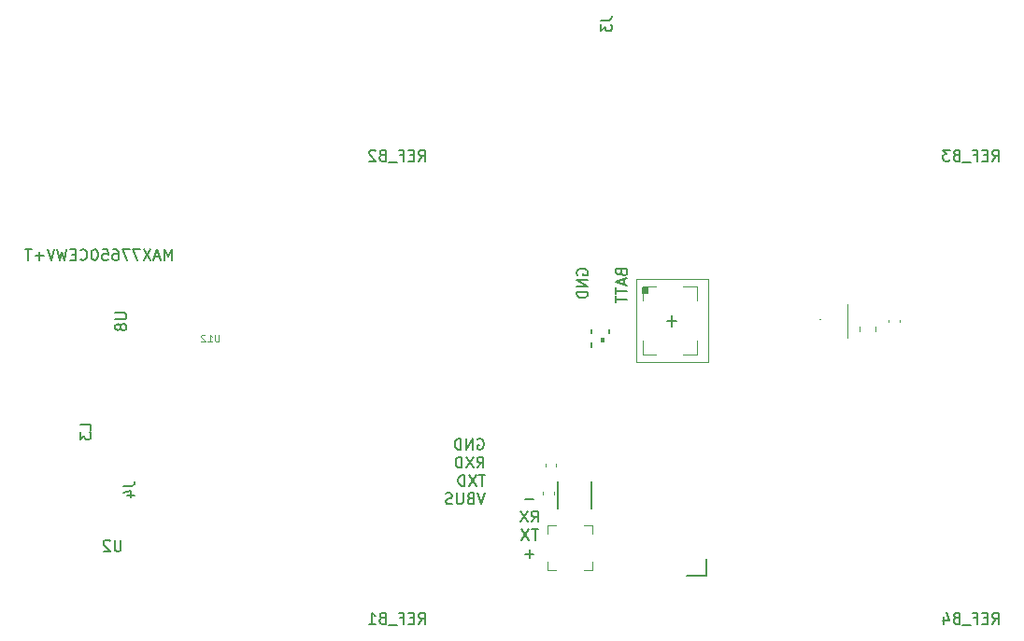
<source format=gbr>
G04 #@! TF.GenerationSoftware,KiCad,Pcbnew,(5.1.5)-3*
G04 #@! TF.CreationDate,2020-09-29T09:43:07+09:00*
G04 #@! TF.ProjectId,WF_Board,57465f42-6f61-4726-942e-6b696361645f,rev?*
G04 #@! TF.SameCoordinates,Original*
G04 #@! TF.FileFunction,Legend,Bot*
G04 #@! TF.FilePolarity,Positive*
%FSLAX46Y46*%
G04 Gerber Fmt 4.6, Leading zero omitted, Abs format (unit mm)*
G04 Created by KiCad (PCBNEW (5.1.5)-3) date 2020-09-29 09:43:07*
%MOMM*%
%LPD*%
G04 APERTURE LIST*
%ADD10C,0.150000*%
%ADD11C,0.120000*%
%ADD12C,0.152400*%
%ADD13C,0.100000*%
%ADD14C,0.015000*%
G04 APERTURE END LIST*
D10*
X124380952Y-107171428D02*
X123619047Y-107171428D01*
X124166666Y-109202380D02*
X124500000Y-108726190D01*
X124738095Y-109202380D02*
X124738095Y-108202380D01*
X124357142Y-108202380D01*
X124261904Y-108250000D01*
X124214285Y-108297619D01*
X124166666Y-108392857D01*
X124166666Y-108535714D01*
X124214285Y-108630952D01*
X124261904Y-108678571D01*
X124357142Y-108726190D01*
X124738095Y-108726190D01*
X123833333Y-108202380D02*
X123166666Y-109202380D01*
X123166666Y-108202380D02*
X123833333Y-109202380D01*
X124761904Y-109852380D02*
X124190476Y-109852380D01*
X124476190Y-110852380D02*
X124476190Y-109852380D01*
X123952380Y-109852380D02*
X123285714Y-110852380D01*
X123285714Y-109852380D02*
X123952380Y-110852380D01*
X124380952Y-112121428D02*
X123619047Y-112121428D01*
X124000000Y-112502380D02*
X124000000Y-111740476D01*
X128310000Y-86778095D02*
X128262380Y-86682857D01*
X128262380Y-86540000D01*
X128310000Y-86397142D01*
X128405238Y-86301904D01*
X128500476Y-86254285D01*
X128690952Y-86206666D01*
X128833809Y-86206666D01*
X129024285Y-86254285D01*
X129119523Y-86301904D01*
X129214761Y-86397142D01*
X129262380Y-86540000D01*
X129262380Y-86635238D01*
X129214761Y-86778095D01*
X129167142Y-86825714D01*
X128833809Y-86825714D01*
X128833809Y-86635238D01*
X129262380Y-87254285D02*
X128262380Y-87254285D01*
X129262380Y-87825714D01*
X128262380Y-87825714D01*
X129262380Y-88301904D02*
X128262380Y-88301904D01*
X128262380Y-88540000D01*
X128310000Y-88682857D01*
X128405238Y-88778095D01*
X128500476Y-88825714D01*
X128690952Y-88873333D01*
X128833809Y-88873333D01*
X129024285Y-88825714D01*
X129119523Y-88778095D01*
X129214761Y-88682857D01*
X129262380Y-88540000D01*
X129262380Y-88301904D01*
X119290595Y-101685000D02*
X119385833Y-101637380D01*
X119528690Y-101637380D01*
X119671547Y-101685000D01*
X119766785Y-101780238D01*
X119814404Y-101875476D01*
X119862023Y-102065952D01*
X119862023Y-102208809D01*
X119814404Y-102399285D01*
X119766785Y-102494523D01*
X119671547Y-102589761D01*
X119528690Y-102637380D01*
X119433452Y-102637380D01*
X119290595Y-102589761D01*
X119242976Y-102542142D01*
X119242976Y-102208809D01*
X119433452Y-102208809D01*
X118814404Y-102637380D02*
X118814404Y-101637380D01*
X118242976Y-102637380D01*
X118242976Y-101637380D01*
X117766785Y-102637380D02*
X117766785Y-101637380D01*
X117528690Y-101637380D01*
X117385833Y-101685000D01*
X117290595Y-101780238D01*
X117242976Y-101875476D01*
X117195357Y-102065952D01*
X117195357Y-102208809D01*
X117242976Y-102399285D01*
X117290595Y-102494523D01*
X117385833Y-102589761D01*
X117528690Y-102637380D01*
X117766785Y-102637380D01*
X119242976Y-104287380D02*
X119576309Y-103811190D01*
X119814404Y-104287380D02*
X119814404Y-103287380D01*
X119433452Y-103287380D01*
X119338214Y-103335000D01*
X119290595Y-103382619D01*
X119242976Y-103477857D01*
X119242976Y-103620714D01*
X119290595Y-103715952D01*
X119338214Y-103763571D01*
X119433452Y-103811190D01*
X119814404Y-103811190D01*
X118909642Y-103287380D02*
X118242976Y-104287380D01*
X118242976Y-103287380D02*
X118909642Y-104287380D01*
X117862023Y-104287380D02*
X117862023Y-103287380D01*
X117623928Y-103287380D01*
X117481071Y-103335000D01*
X117385833Y-103430238D01*
X117338214Y-103525476D01*
X117290595Y-103715952D01*
X117290595Y-103858809D01*
X117338214Y-104049285D01*
X117385833Y-104144523D01*
X117481071Y-104239761D01*
X117623928Y-104287380D01*
X117862023Y-104287380D01*
X119957261Y-104937380D02*
X119385833Y-104937380D01*
X119671547Y-105937380D02*
X119671547Y-104937380D01*
X119147738Y-104937380D02*
X118481071Y-105937380D01*
X118481071Y-104937380D02*
X119147738Y-105937380D01*
X118100119Y-105937380D02*
X118100119Y-104937380D01*
X117862023Y-104937380D01*
X117719166Y-104985000D01*
X117623928Y-105080238D01*
X117576309Y-105175476D01*
X117528690Y-105365952D01*
X117528690Y-105508809D01*
X117576309Y-105699285D01*
X117623928Y-105794523D01*
X117719166Y-105889761D01*
X117862023Y-105937380D01*
X118100119Y-105937380D01*
X119957261Y-106587380D02*
X119623928Y-107587380D01*
X119290595Y-106587380D01*
X118623928Y-107063571D02*
X118481071Y-107111190D01*
X118433452Y-107158809D01*
X118385833Y-107254047D01*
X118385833Y-107396904D01*
X118433452Y-107492142D01*
X118481071Y-107539761D01*
X118576309Y-107587380D01*
X118957261Y-107587380D01*
X118957261Y-106587380D01*
X118623928Y-106587380D01*
X118528690Y-106635000D01*
X118481071Y-106682619D01*
X118433452Y-106777857D01*
X118433452Y-106873095D01*
X118481071Y-106968333D01*
X118528690Y-107015952D01*
X118623928Y-107063571D01*
X118957261Y-107063571D01*
X117957261Y-106587380D02*
X117957261Y-107396904D01*
X117909642Y-107492142D01*
X117862023Y-107539761D01*
X117766785Y-107587380D01*
X117576309Y-107587380D01*
X117481071Y-107539761D01*
X117433452Y-107492142D01*
X117385833Y-107396904D01*
X117385833Y-106587380D01*
X116957261Y-107539761D02*
X116814404Y-107587380D01*
X116576309Y-107587380D01*
X116481071Y-107539761D01*
X116433452Y-107492142D01*
X116385833Y-107396904D01*
X116385833Y-107301666D01*
X116433452Y-107206428D01*
X116481071Y-107158809D01*
X116576309Y-107111190D01*
X116766785Y-107063571D01*
X116862023Y-107015952D01*
X116909642Y-106968333D01*
X116957261Y-106873095D01*
X116957261Y-106777857D01*
X116909642Y-106682619D01*
X116862023Y-106635000D01*
X116766785Y-106587380D01*
X116528690Y-106587380D01*
X116385833Y-106635000D01*
D11*
X133683120Y-94696780D02*
X133683120Y-87196780D01*
X140183120Y-87196780D02*
X140183120Y-94696780D01*
X133683120Y-87196780D02*
X140183120Y-87196780D01*
X140183120Y-94696780D02*
X133683120Y-94696780D01*
X152815940Y-89460340D02*
X152815940Y-92460340D01*
D12*
X129563520Y-105538400D02*
X129563520Y-107951400D01*
X126566320Y-107951400D02*
X126566320Y-105538400D01*
D13*
X157511400Y-90844880D02*
X157511400Y-91094880D01*
X156551400Y-90844880D02*
X156551400Y-91094880D01*
X126171900Y-106457340D02*
X126171900Y-106707340D01*
X125211900Y-106457340D02*
X125211900Y-106707340D01*
X125437960Y-104157180D02*
X125437960Y-103907180D01*
X126397960Y-104157180D02*
X126397960Y-103907180D01*
X155315340Y-91453540D02*
X155315340Y-91863540D01*
X153915340Y-91453540D02*
X153915340Y-91863540D01*
X129679020Y-113606900D02*
X128919020Y-113606900D01*
X129679020Y-112846900D02*
X129679020Y-113606900D01*
X129679020Y-109506900D02*
X128919020Y-109506900D01*
X129679020Y-110266900D02*
X129679020Y-109506900D01*
X125579020Y-109506900D02*
X126339020Y-109506900D01*
X125579020Y-110266900D02*
X125579020Y-109506900D01*
X125579020Y-113606900D02*
X126339020Y-113606900D01*
X125579020Y-112846900D02*
X125579020Y-113606900D01*
G36*
X130434200Y-92501020D02*
G01*
X130734200Y-92501020D01*
X130734200Y-92801020D01*
X130434200Y-92801020D01*
X130434200Y-92501020D01*
G37*
X130434200Y-92501020D02*
X130734200Y-92501020D01*
X130734200Y-92801020D01*
X130434200Y-92801020D01*
X130434200Y-92501020D01*
D10*
X131234200Y-91701020D02*
X131234200Y-92101020D01*
X129634200Y-92101020D02*
X129634200Y-91701020D01*
X129634200Y-93301020D02*
X129634200Y-92901020D01*
X140033600Y-114071140D02*
X138204800Y-114071140D01*
X140033600Y-112572540D02*
X140033600Y-114071140D01*
D11*
X135448120Y-87876780D02*
X134213120Y-87876780D01*
X134213120Y-87876780D02*
X134213120Y-89111780D01*
X137918120Y-87876780D02*
X139153120Y-87876780D01*
X139153120Y-87876780D02*
X139153120Y-89111780D01*
X137918120Y-94016780D02*
X139153120Y-94016780D01*
X139153120Y-94016780D02*
X139153120Y-92781780D01*
X135448120Y-94016780D02*
X134213120Y-94016780D01*
X134213120Y-94016780D02*
X134213120Y-92781780D01*
D10*
X136858120Y-90446780D02*
X136858120Y-91446780D01*
X137283120Y-90946780D02*
X136483120Y-90946780D01*
G36*
X134233120Y-87896780D02*
G01*
X134233120Y-88446780D01*
X134683120Y-88446780D01*
X134683120Y-87896780D01*
X134233120Y-87896780D01*
G37*
X134233120Y-87896780D02*
X134233120Y-88446780D01*
X134683120Y-88446780D01*
X134683120Y-87896780D01*
X134233120Y-87896780D01*
X150360940Y-90860340D02*
G75*
G03X150360940Y-90860340I-20000J0D01*
G01*
X86961904Y-110852380D02*
X86961904Y-111661904D01*
X86914285Y-111757142D01*
X86866666Y-111804761D01*
X86771428Y-111852380D01*
X86580952Y-111852380D01*
X86485714Y-111804761D01*
X86438095Y-111757142D01*
X86390476Y-111661904D01*
X86390476Y-110852380D01*
X85961904Y-110947619D02*
X85914285Y-110900000D01*
X85819047Y-110852380D01*
X85580952Y-110852380D01*
X85485714Y-110900000D01*
X85438095Y-110947619D01*
X85390476Y-111042857D01*
X85390476Y-111138095D01*
X85438095Y-111280952D01*
X86009523Y-111852380D01*
X85390476Y-111852380D01*
X91571428Y-85452380D02*
X91571428Y-84452380D01*
X91238095Y-85166666D01*
X90904761Y-84452380D01*
X90904761Y-85452380D01*
X90476190Y-85166666D02*
X90000000Y-85166666D01*
X90571428Y-85452380D02*
X90238095Y-84452380D01*
X89904761Y-85452380D01*
X89666666Y-84452380D02*
X89000000Y-85452380D01*
X89000000Y-84452380D02*
X89666666Y-85452380D01*
X88714285Y-84452380D02*
X88047619Y-84452380D01*
X88476190Y-85452380D01*
X87761904Y-84452380D02*
X87095238Y-84452380D01*
X87523809Y-85452380D01*
X86285714Y-84452380D02*
X86476190Y-84452380D01*
X86571428Y-84500000D01*
X86619047Y-84547619D01*
X86714285Y-84690476D01*
X86761904Y-84880952D01*
X86761904Y-85261904D01*
X86714285Y-85357142D01*
X86666666Y-85404761D01*
X86571428Y-85452380D01*
X86380952Y-85452380D01*
X86285714Y-85404761D01*
X86238095Y-85357142D01*
X86190476Y-85261904D01*
X86190476Y-85023809D01*
X86238095Y-84928571D01*
X86285714Y-84880952D01*
X86380952Y-84833333D01*
X86571428Y-84833333D01*
X86666666Y-84880952D01*
X86714285Y-84928571D01*
X86761904Y-85023809D01*
X85285714Y-84452380D02*
X85761904Y-84452380D01*
X85809523Y-84928571D01*
X85761904Y-84880952D01*
X85666666Y-84833333D01*
X85428571Y-84833333D01*
X85333333Y-84880952D01*
X85285714Y-84928571D01*
X85238095Y-85023809D01*
X85238095Y-85261904D01*
X85285714Y-85357142D01*
X85333333Y-85404761D01*
X85428571Y-85452380D01*
X85666666Y-85452380D01*
X85761904Y-85404761D01*
X85809523Y-85357142D01*
X84619047Y-84452380D02*
X84523809Y-84452380D01*
X84428571Y-84500000D01*
X84380952Y-84547619D01*
X84333333Y-84642857D01*
X84285714Y-84833333D01*
X84285714Y-85071428D01*
X84333333Y-85261904D01*
X84380952Y-85357142D01*
X84428571Y-85404761D01*
X84523809Y-85452380D01*
X84619047Y-85452380D01*
X84714285Y-85404761D01*
X84761904Y-85357142D01*
X84809523Y-85261904D01*
X84857142Y-85071428D01*
X84857142Y-84833333D01*
X84809523Y-84642857D01*
X84761904Y-84547619D01*
X84714285Y-84500000D01*
X84619047Y-84452380D01*
X83285714Y-85357142D02*
X83333333Y-85404761D01*
X83476190Y-85452380D01*
X83571428Y-85452380D01*
X83714285Y-85404761D01*
X83809523Y-85309523D01*
X83857142Y-85214285D01*
X83904761Y-85023809D01*
X83904761Y-84880952D01*
X83857142Y-84690476D01*
X83809523Y-84595238D01*
X83714285Y-84500000D01*
X83571428Y-84452380D01*
X83476190Y-84452380D01*
X83333333Y-84500000D01*
X83285714Y-84547619D01*
X82857142Y-84928571D02*
X82523809Y-84928571D01*
X82380952Y-85452380D02*
X82857142Y-85452380D01*
X82857142Y-84452380D01*
X82380952Y-84452380D01*
X82047619Y-84452380D02*
X81809523Y-85452380D01*
X81619047Y-84738095D01*
X81428571Y-85452380D01*
X81190476Y-84452380D01*
X80952380Y-84452380D02*
X80619047Y-85452380D01*
X80285714Y-84452380D01*
X79952380Y-85071428D02*
X79190476Y-85071428D01*
X79571428Y-85452380D02*
X79571428Y-84690476D01*
X78857142Y-84452380D02*
X78285714Y-84452380D01*
X78571428Y-85452380D02*
X78571428Y-84452380D01*
D14*
X95832380Y-92199523D02*
X95832380Y-92717619D01*
X95801904Y-92778571D01*
X95771428Y-92809047D01*
X95710476Y-92839523D01*
X95588571Y-92839523D01*
X95527619Y-92809047D01*
X95497142Y-92778571D01*
X95466666Y-92717619D01*
X95466666Y-92199523D01*
X94826666Y-92839523D02*
X95192380Y-92839523D01*
X95009523Y-92839523D02*
X95009523Y-92199523D01*
X95070476Y-92290952D01*
X95131428Y-92351904D01*
X95192380Y-92382380D01*
X94582857Y-92260476D02*
X94552380Y-92230000D01*
X94491428Y-92199523D01*
X94339047Y-92199523D01*
X94278095Y-92230000D01*
X94247619Y-92260476D01*
X94217142Y-92321428D01*
X94217142Y-92382380D01*
X94247619Y-92473809D01*
X94613333Y-92839523D01*
X94217142Y-92839523D01*
D10*
X87202380Y-105916666D02*
X87916666Y-105916666D01*
X88059523Y-105869047D01*
X88154761Y-105773809D01*
X88202380Y-105630952D01*
X88202380Y-105535714D01*
X87535714Y-106821428D02*
X88202380Y-106821428D01*
X87154761Y-106583333D02*
X87869047Y-106345238D01*
X87869047Y-106964285D01*
X130452380Y-63666666D02*
X131166666Y-63666666D01*
X131309523Y-63619047D01*
X131404761Y-63523809D01*
X131452380Y-63380952D01*
X131452380Y-63285714D01*
X130452380Y-64047619D02*
X130452380Y-64666666D01*
X130833333Y-64333333D01*
X130833333Y-64476190D01*
X130880952Y-64571428D01*
X130928571Y-64619047D01*
X131023809Y-64666666D01*
X131261904Y-64666666D01*
X131357142Y-64619047D01*
X131404761Y-64571428D01*
X131452380Y-64476190D01*
X131452380Y-64190476D01*
X131404761Y-64095238D01*
X131357142Y-64047619D01*
X86452380Y-90238095D02*
X87261904Y-90238095D01*
X87357142Y-90285714D01*
X87404761Y-90333333D01*
X87452380Y-90428571D01*
X87452380Y-90619047D01*
X87404761Y-90714285D01*
X87357142Y-90761904D01*
X87261904Y-90809523D01*
X86452380Y-90809523D01*
X86880952Y-91428571D02*
X86833333Y-91333333D01*
X86785714Y-91285714D01*
X86690476Y-91238095D01*
X86642857Y-91238095D01*
X86547619Y-91285714D01*
X86500000Y-91333333D01*
X86452380Y-91428571D01*
X86452380Y-91619047D01*
X86500000Y-91714285D01*
X86547619Y-91761904D01*
X86642857Y-91809523D01*
X86690476Y-91809523D01*
X86785714Y-91761904D01*
X86833333Y-91714285D01*
X86880952Y-91619047D01*
X86880952Y-91428571D01*
X86928571Y-91333333D01*
X86976190Y-91285714D01*
X87071428Y-91238095D01*
X87261904Y-91238095D01*
X87357142Y-91285714D01*
X87404761Y-91333333D01*
X87452380Y-91428571D01*
X87452380Y-91619047D01*
X87404761Y-91714285D01*
X87357142Y-91761904D01*
X87261904Y-91809523D01*
X87071428Y-91809523D01*
X86976190Y-91761904D01*
X86928571Y-91714285D01*
X86880952Y-91619047D01*
X165928571Y-76452380D02*
X166261904Y-75976190D01*
X166500000Y-76452380D02*
X166500000Y-75452380D01*
X166119047Y-75452380D01*
X166023809Y-75500000D01*
X165976190Y-75547619D01*
X165928571Y-75642857D01*
X165928571Y-75785714D01*
X165976190Y-75880952D01*
X166023809Y-75928571D01*
X166119047Y-75976190D01*
X166500000Y-75976190D01*
X165500000Y-75928571D02*
X165166666Y-75928571D01*
X165023809Y-76452380D02*
X165500000Y-76452380D01*
X165500000Y-75452380D01*
X165023809Y-75452380D01*
X164261904Y-75928571D02*
X164595238Y-75928571D01*
X164595238Y-76452380D02*
X164595238Y-75452380D01*
X164119047Y-75452380D01*
X163976190Y-76547619D02*
X163214285Y-76547619D01*
X162642857Y-75928571D02*
X162500000Y-75976190D01*
X162452380Y-76023809D01*
X162404761Y-76119047D01*
X162404761Y-76261904D01*
X162452380Y-76357142D01*
X162500000Y-76404761D01*
X162595238Y-76452380D01*
X162976190Y-76452380D01*
X162976190Y-75452380D01*
X162642857Y-75452380D01*
X162547619Y-75500000D01*
X162500000Y-75547619D01*
X162452380Y-75642857D01*
X162452380Y-75738095D01*
X162500000Y-75833333D01*
X162547619Y-75880952D01*
X162642857Y-75928571D01*
X162976190Y-75928571D01*
X162071428Y-75452380D02*
X161452380Y-75452380D01*
X161785714Y-75833333D01*
X161642857Y-75833333D01*
X161547619Y-75880952D01*
X161500000Y-75928571D01*
X161452380Y-76023809D01*
X161452380Y-76261904D01*
X161500000Y-76357142D01*
X161547619Y-76404761D01*
X161642857Y-76452380D01*
X161928571Y-76452380D01*
X162023809Y-76404761D01*
X162071428Y-76357142D01*
X165928571Y-118452380D02*
X166261904Y-117976190D01*
X166500000Y-118452380D02*
X166500000Y-117452380D01*
X166119047Y-117452380D01*
X166023809Y-117500000D01*
X165976190Y-117547619D01*
X165928571Y-117642857D01*
X165928571Y-117785714D01*
X165976190Y-117880952D01*
X166023809Y-117928571D01*
X166119047Y-117976190D01*
X166500000Y-117976190D01*
X165500000Y-117928571D02*
X165166666Y-117928571D01*
X165023809Y-118452380D02*
X165500000Y-118452380D01*
X165500000Y-117452380D01*
X165023809Y-117452380D01*
X164261904Y-117928571D02*
X164595238Y-117928571D01*
X164595238Y-118452380D02*
X164595238Y-117452380D01*
X164119047Y-117452380D01*
X163976190Y-118547619D02*
X163214285Y-118547619D01*
X162642857Y-117928571D02*
X162500000Y-117976190D01*
X162452380Y-118023809D01*
X162404761Y-118119047D01*
X162404761Y-118261904D01*
X162452380Y-118357142D01*
X162500000Y-118404761D01*
X162595238Y-118452380D01*
X162976190Y-118452380D01*
X162976190Y-117452380D01*
X162642857Y-117452380D01*
X162547619Y-117500000D01*
X162500000Y-117547619D01*
X162452380Y-117642857D01*
X162452380Y-117738095D01*
X162500000Y-117833333D01*
X162547619Y-117880952D01*
X162642857Y-117928571D01*
X162976190Y-117928571D01*
X161547619Y-117785714D02*
X161547619Y-118452380D01*
X161785714Y-117404761D02*
X162023809Y-118119047D01*
X161404761Y-118119047D01*
X113928571Y-118452380D02*
X114261904Y-117976190D01*
X114500000Y-118452380D02*
X114500000Y-117452380D01*
X114119047Y-117452380D01*
X114023809Y-117500000D01*
X113976190Y-117547619D01*
X113928571Y-117642857D01*
X113928571Y-117785714D01*
X113976190Y-117880952D01*
X114023809Y-117928571D01*
X114119047Y-117976190D01*
X114500000Y-117976190D01*
X113500000Y-117928571D02*
X113166666Y-117928571D01*
X113023809Y-118452380D02*
X113500000Y-118452380D01*
X113500000Y-117452380D01*
X113023809Y-117452380D01*
X112261904Y-117928571D02*
X112595238Y-117928571D01*
X112595238Y-118452380D02*
X112595238Y-117452380D01*
X112119047Y-117452380D01*
X111976190Y-118547619D02*
X111214285Y-118547619D01*
X110642857Y-117928571D02*
X110500000Y-117976190D01*
X110452380Y-118023809D01*
X110404761Y-118119047D01*
X110404761Y-118261904D01*
X110452380Y-118357142D01*
X110500000Y-118404761D01*
X110595238Y-118452380D01*
X110976190Y-118452380D01*
X110976190Y-117452380D01*
X110642857Y-117452380D01*
X110547619Y-117500000D01*
X110500000Y-117547619D01*
X110452380Y-117642857D01*
X110452380Y-117738095D01*
X110500000Y-117833333D01*
X110547619Y-117880952D01*
X110642857Y-117928571D01*
X110976190Y-117928571D01*
X109452380Y-118452380D02*
X110023809Y-118452380D01*
X109738095Y-118452380D02*
X109738095Y-117452380D01*
X109833333Y-117595238D01*
X109928571Y-117690476D01*
X110023809Y-117738095D01*
X113928571Y-118452380D02*
X114261904Y-117976190D01*
X114500000Y-118452380D02*
X114500000Y-117452380D01*
X114119047Y-117452380D01*
X114023809Y-117500000D01*
X113976190Y-117547619D01*
X113928571Y-117642857D01*
X113928571Y-117785714D01*
X113976190Y-117880952D01*
X114023809Y-117928571D01*
X114119047Y-117976190D01*
X114500000Y-117976190D01*
X113500000Y-117928571D02*
X113166666Y-117928571D01*
X113023809Y-118452380D02*
X113500000Y-118452380D01*
X113500000Y-117452380D01*
X113023809Y-117452380D01*
X112261904Y-117928571D02*
X112595238Y-117928571D01*
X112595238Y-118452380D02*
X112595238Y-117452380D01*
X112119047Y-117452380D01*
X111976190Y-118547619D02*
X111214285Y-118547619D01*
X110642857Y-117928571D02*
X110500000Y-117976190D01*
X110452380Y-118023809D01*
X110404761Y-118119047D01*
X110404761Y-118261904D01*
X110452380Y-118357142D01*
X110500000Y-118404761D01*
X110595238Y-118452380D01*
X110976190Y-118452380D01*
X110976190Y-117452380D01*
X110642857Y-117452380D01*
X110547619Y-117500000D01*
X110500000Y-117547619D01*
X110452380Y-117642857D01*
X110452380Y-117738095D01*
X110500000Y-117833333D01*
X110547619Y-117880952D01*
X110642857Y-117928571D01*
X110976190Y-117928571D01*
X109452380Y-118452380D02*
X110023809Y-118452380D01*
X109738095Y-118452380D02*
X109738095Y-117452380D01*
X109833333Y-117595238D01*
X109928571Y-117690476D01*
X110023809Y-117738095D01*
X113928571Y-118452380D02*
X114261904Y-117976190D01*
X114500000Y-118452380D02*
X114500000Y-117452380D01*
X114119047Y-117452380D01*
X114023809Y-117500000D01*
X113976190Y-117547619D01*
X113928571Y-117642857D01*
X113928571Y-117785714D01*
X113976190Y-117880952D01*
X114023809Y-117928571D01*
X114119047Y-117976190D01*
X114500000Y-117976190D01*
X113500000Y-117928571D02*
X113166666Y-117928571D01*
X113023809Y-118452380D02*
X113500000Y-118452380D01*
X113500000Y-117452380D01*
X113023809Y-117452380D01*
X112261904Y-117928571D02*
X112595238Y-117928571D01*
X112595238Y-118452380D02*
X112595238Y-117452380D01*
X112119047Y-117452380D01*
X111976190Y-118547619D02*
X111214285Y-118547619D01*
X110642857Y-117928571D02*
X110500000Y-117976190D01*
X110452380Y-118023809D01*
X110404761Y-118119047D01*
X110404761Y-118261904D01*
X110452380Y-118357142D01*
X110500000Y-118404761D01*
X110595238Y-118452380D01*
X110976190Y-118452380D01*
X110976190Y-117452380D01*
X110642857Y-117452380D01*
X110547619Y-117500000D01*
X110500000Y-117547619D01*
X110452380Y-117642857D01*
X110452380Y-117738095D01*
X110500000Y-117833333D01*
X110547619Y-117880952D01*
X110642857Y-117928571D01*
X110976190Y-117928571D01*
X109452380Y-118452380D02*
X110023809Y-118452380D01*
X109738095Y-118452380D02*
X109738095Y-117452380D01*
X109833333Y-117595238D01*
X109928571Y-117690476D01*
X110023809Y-117738095D01*
X113928571Y-76452380D02*
X114261904Y-75976190D01*
X114500000Y-76452380D02*
X114500000Y-75452380D01*
X114119047Y-75452380D01*
X114023809Y-75500000D01*
X113976190Y-75547619D01*
X113928571Y-75642857D01*
X113928571Y-75785714D01*
X113976190Y-75880952D01*
X114023809Y-75928571D01*
X114119047Y-75976190D01*
X114500000Y-75976190D01*
X113500000Y-75928571D02*
X113166666Y-75928571D01*
X113023809Y-76452380D02*
X113500000Y-76452380D01*
X113500000Y-75452380D01*
X113023809Y-75452380D01*
X112261904Y-75928571D02*
X112595238Y-75928571D01*
X112595238Y-76452380D02*
X112595238Y-75452380D01*
X112119047Y-75452380D01*
X111976190Y-76547619D02*
X111214285Y-76547619D01*
X110642857Y-75928571D02*
X110500000Y-75976190D01*
X110452380Y-76023809D01*
X110404761Y-76119047D01*
X110404761Y-76261904D01*
X110452380Y-76357142D01*
X110500000Y-76404761D01*
X110595238Y-76452380D01*
X110976190Y-76452380D01*
X110976190Y-75452380D01*
X110642857Y-75452380D01*
X110547619Y-75500000D01*
X110500000Y-75547619D01*
X110452380Y-75642857D01*
X110452380Y-75738095D01*
X110500000Y-75833333D01*
X110547619Y-75880952D01*
X110642857Y-75928571D01*
X110976190Y-75928571D01*
X110023809Y-75547619D02*
X109976190Y-75500000D01*
X109880952Y-75452380D01*
X109642857Y-75452380D01*
X109547619Y-75500000D01*
X109500000Y-75547619D01*
X109452380Y-75642857D01*
X109452380Y-75738095D01*
X109500000Y-75880952D01*
X110071428Y-76452380D01*
X109452380Y-76452380D01*
X84252380Y-100833333D02*
X84252380Y-100357142D01*
X83252380Y-100357142D01*
X83252380Y-101071428D02*
X83252380Y-101690476D01*
X83633333Y-101357142D01*
X83633333Y-101500000D01*
X83680952Y-101595238D01*
X83728571Y-101642857D01*
X83823809Y-101690476D01*
X84061904Y-101690476D01*
X84157142Y-101642857D01*
X84204761Y-101595238D01*
X84252380Y-101500000D01*
X84252380Y-101214285D01*
X84204761Y-101119047D01*
X84157142Y-101071428D01*
X132308571Y-86580952D02*
X132356190Y-86723809D01*
X132403809Y-86771428D01*
X132499047Y-86819047D01*
X132641904Y-86819047D01*
X132737142Y-86771428D01*
X132784761Y-86723809D01*
X132832380Y-86628571D01*
X132832380Y-86247619D01*
X131832380Y-86247619D01*
X131832380Y-86580952D01*
X131880000Y-86676190D01*
X131927619Y-86723809D01*
X132022857Y-86771428D01*
X132118095Y-86771428D01*
X132213333Y-86723809D01*
X132260952Y-86676190D01*
X132308571Y-86580952D01*
X132308571Y-86247619D01*
X132546666Y-87200000D02*
X132546666Y-87676190D01*
X132832380Y-87104761D02*
X131832380Y-87438095D01*
X132832380Y-87771428D01*
X131832380Y-87961904D02*
X131832380Y-88533333D01*
X132832380Y-88247619D02*
X131832380Y-88247619D01*
X131832380Y-88723809D02*
X131832380Y-89295238D01*
X132832380Y-89009523D02*
X131832380Y-89009523D01*
M02*

</source>
